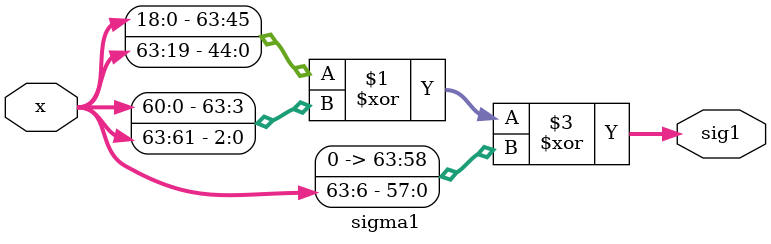
<source format=sv>


module top #(parameter MSG_SIZE = 112,
	     parameter PADDED_SIZE = 1024)
   (input logic [MSG_SIZE-1:0] message,
    output logic [511:0] hashed);

   logic [PADDED_SIZE-1:0] padded;

   sha_padder #(.MSG_SIZE(MSG_SIZE), .PADDED_SIZE(PADDED_SIZE)) padder (.message(message), .padded(padded));
   sha512 #(.PADDED_SIZE(PADDED_SIZE)) main (.padded(padded), .hashed(hashed));
   
   
endmodule // sha_512

module sha_padder #(parameter MSG_SIZE = 112,	     
		    parameter PADDED_SIZE = 1024) 
   (input logic [MSG_SIZE-1:0] message,
    output logic [PADDED_SIZE-1:0] padded);

	// Padding for sha512 is same form as sha256, except message size is 128 bits and must be padded to 1024 bits for a 1 block sha512. 
	
localparam zero_width = PADDED_SIZE - 128 - MSG_SIZE - 1;
localparam back_0_width = 128 - $bits(MSG_SIZE);
	assign padded = {message, 1'b1, {zero_width{1'b0}}, {back_0_width{1'b0}}, MSG_SIZE};


endmodule // sha_padder

module sha512 #(parameter PADDED_SIZE = 1024)
   (input logic [PADDED_SIZE-1:0] padded,
    output logic [511:0] hashed);  

	//Updated H and K values:
	
	logic [511:0] H = {64'h6a09e667f3bcc908, 64'hbb67ae8584caa73b,
		      64'h3c6ef372fe94f82b, 64'ha54ff53a5f1d36f1, 64'h510e527fade682d1, 64'h9b05688c2b3e6c1f,
			64'h1f83d9abfb41bd6b, 64'h5be0cd19137e2179};   
	
	logic [5119:0] K = {64'h428a2f98d728ae22, 64'h7137449123ef65cd, 64'hb5c0fbcfec4d3b2f,
		       64'he9b5dba58189dbbc, 64'h3956c25bf348b538, 64'h59f111f1b605d019, 64'h923f82a4af194f9b,
		        64'hab1c5ed5da6d8118, 64'hd807aa98a3030242, 64'h12835b0145706fbe, 64'h243185be4ee4b28c,
		        64'h550c7dc3d5ffb4e2, 64'h72be5d74f27b896f, 64'h80deb1fe3b1696b1, 64'h9bdc06a725c71235,
			64'hc19bf174cf692694, 64'he49b69c19ef14ad2, 64'hefbe4786384f25e3, 64'h0fc19dc68b8cd5b5,
		        64'h240ca1cc77ac9c65, 64'h2de92c6f592b0275, 64'h4a7484aa6ea6e483, 64'h5cb0a9dcbd41fbd4,
			64'h76f988da831153b5, 64'h983e5152ee66dfab, 64'ha831c66d2db43210, 64'hb00327c898fb213f,
		        64'hbf597fc7beef0ee4, 64'hc6e00bf33da88fc2, 64'hd5a79147930aa725, 64'h06ca6351e003826f,
		        64'h142929670a0e6e70, 64'h27b70a8546d22ffc, 64'h2e1b21385c26c926, 64'h4d2c6dfc5ac42aed,
		        64'h53380d139d95b3df, 64'h650a73548baf63de, 64'h766a0abb3c77b2a8, 64'h81c2c92e47edaee6,
		        64'h92722c851482353b, 64'ha2bfe8a14cf10364, 64'ha81a664bbc423001, 64'hc24b8b70d0f89791,
		        64'hc76c51a30654be30, 64'hd192e819d6ef5218, 64'hd69906245565a910, 64'hf40e35855771202a,
		        64'h106aa07032bbd1b8, 64'h19a4c116b8d2d0c8, 64'h1e376c085141ab53, 64'h2748774cdf8eeb99,
		        64'h34b0bcb5e19b48a8, 64'h391c0cb3c5c95a63, 64'h4ed8aa4ae3418acb, 64'h5b9cca4f7763e373,
		        64'h682e6ff3d6b2b8a3, 64'h748f82ee5defb2fc, 64'h78a5636f43172f60, 64'h84c87814a1f0ab72,
		        64'h8cc702081a6439ec, 64'h90befffa23631e28, 64'ha4506cebde82bde9, 64'hbef9a3f7b2c67915,
		        64'hc67178f2e372532b, 64'hca273eceea26619c, 64'hd186b8c721c0c207, 64'heada7dd6cde0eb1e,
			64'hf57d4f7fee6ed178, 64'h06f067aa72176fba, 64'h0a637dc5a2c898a6, 64'h113f9804bef90dae,
			64'h1b710b35131c471b, 64'h28db77f523047d84, 64'h32caab7b40c72493, 64'h3c9ebe0a15c9bebc,
			64'h431d67c49c100d4c, 64'h4cc5d4becb3e42b6, 64'h597f299cfc657e2a, 64'h5fcb6fab3ad6faec,
			64'h6c44198c4a475817 };


   // Intermediate variables:
	//all must be size 64 bits, and now rounds go to 80 instead of 64, so 0 to 79 of each variable is needed
	
	logic [63:0]   a, b, c, d, e, f, g, h;
	
	logic [63:0] a0_out, b0_out, c0_out, d0_out, e0_out, f0_out, g0_out, h0_out;
	logic [63:0] a1_out, b1_out, c1_out, d1_out, e1_out, f1_out, g1_out, h1_out;
	logic [63:0] a2_out, b2_out, c2_out, d2_out, e2_out, f2_out, g2_out, h2_out;
	logic [63:0] a3_out, b3_out, c3_out, d3_out, e3_out, f3_out, g3_out, h3_out;
	logic [63:0] a4_out, b4_out, c4_out, d4_out, e4_out, f4_out, g4_out, h4_out;
	logic [63:0] a5_out, b5_out, c5_out, d5_out, e5_out, f5_out, g5_out, h5_out;
	logic [63:0] a6_out, b6_out, c6_out, d6_out, e6_out, f6_out, g6_out, h6_out;
	logic [63:0] a7_out, b7_out, c7_out, d7_out, e7_out, f7_out, g7_out, h7_out;
	logic [63:0] a8_out, b8_out, c8_out, d8_out, e8_out, f8_out, g8_out, h8_out;
	logic [63:0] a9_out, b9_out, c9_out, d9_out, e9_out, f9_out, g9_out, h9_out;
	logic [63:0] a10_out, b10_out, c10_out, d10_out, e10_out, f10_out, g10_out, h10_out;
	logic [63:0] a11_out, b11_out, c11_out, d11_out, e11_out, f11_out, g11_out, h11_out;
	logic [63:0] a12_out, b12_out, c12_out, d12_out, e12_out, f12_out, g12_out, h12_out;
	logic [63:0] a13_out, b13_out, c13_out, d13_out, e13_out, f13_out, g13_out, h13_out;
	logic [63:0] a14_out, b14_out, c14_out, d14_out, e14_out, f14_out, g14_out, h14_out;
	logic [63:0] a15_out, b15_out, c15_out, d15_out, e15_out, f15_out, g15_out, h15_out;
	logic [63:0] a16_out, b16_out, c16_out, d16_out, e16_out, f16_out, g16_out, h16_out;
	logic [63:0] a17_out, b17_out, c17_out, d17_out, e17_out, f17_out, g17_out, h17_out;
	logic [63:0] a18_out, b18_out, c18_out, d18_out, e18_out, f18_out, g18_out, h18_out;
	logic [63:0] a19_out, b19_out, c19_out, d19_out, e19_out, f19_out, g19_out, h19_out;
	logic [63:0] a20_out, b20_out, c20_out, d20_out, e20_out, f20_out, g20_out, h20_out;
	logic [63:0] a21_out, b21_out, c21_out, d21_out, e21_out, f21_out, g21_out, h21_out;
	logic [63:0] a22_out, b22_out, c22_out, d22_out, e22_out, f22_out, g22_out, h22_out;
	logic [63:0] a23_out, b23_out, c23_out, d23_out, e23_out, f23_out, g23_out, h23_out;
	logic [63:0] a24_out, b24_out, c24_out, d24_out, e24_out, f24_out, g24_out, h24_out;
	logic [63:0] a25_out, b25_out, c25_out, d25_out, e25_out, f25_out, g25_out, h25_out;
	logic [63:0] a26_out, b26_out, c26_out, d26_out, e26_out, f26_out, g26_out, h26_out;
	logic [63:0] a27_out, b27_out, c27_out, d27_out, e27_out, f27_out, g27_out, h27_out;
	logic [63:0] a28_out, b28_out, c28_out, d28_out, e28_out, f28_out, g28_out, h28_out;
	logic [63:0] a29_out, b29_out, c29_out, d29_out, e29_out, f29_out, g29_out, h29_out;
	logic [63:0] a30_out, b30_out, c30_out, d30_out, e30_out, f30_out, g30_out, h30_out;
	logic [63:0] a31_out, b31_out, c31_out, d31_out, e31_out, f31_out, g31_out, h31_out;
	logic [63:0] a32_out, b32_out, c32_out, d32_out, e32_out, f32_out, g32_out, h32_out;
	logic [63:0] a33_out, b33_out, c33_out, d33_out, e33_out, f33_out, g33_out, h33_out;
	logic [63:0] a34_out, b34_out, c34_out, d34_out, e34_out, f34_out, g34_out, h34_out;
	logic [63:0] a35_out, b35_out, c35_out, d35_out, e35_out, f35_out, g35_out, h35_out;
	logic [63:0] a36_out, b36_out, c36_out, d36_out, e36_out, f36_out, g36_out, h36_out;
	logic [63:0] a37_out, b37_out, c37_out, d37_out, e37_out, f37_out, g37_out, h37_out;
	logic [63:0] a38_out, b38_out, c38_out, d38_out, e38_out, f38_out, g38_out, h38_out;
	logic [63:0] a39_out, b39_out, c39_out, d39_out, e39_out, f39_out, g39_out, h39_out;
	logic [63:0] a40_out, b40_out, c40_out, d40_out, e40_out, f40_out, g40_out, h40_out;
	logic [63:0] a41_out, b41_out, c41_out, d41_out, e41_out, f41_out, g41_out, h41_out;
	logic [63:0] a42_out, b42_out, c42_out, d42_out, e42_out, f42_out, g42_out, h42_out;
	logic [63:0] a43_out, b43_out, c43_out, d43_out, e43_out, f43_out, g43_out, h43_out;
	logic [63:0] a44_out, b44_out, c44_out, d44_out, e44_out, f44_out, g44_out, h44_out;
	logic [63:0] a45_out, b45_out, c45_out, d45_out, e45_out, f45_out, g45_out, h45_out;
	logic [63:0] a46_out, b46_out, c46_out, d46_out, e46_out, f46_out, g46_out, h46_out;
	logic [63:0] a47_out, b47_out, c47_out, d47_out, e47_out, f47_out, g47_out, h47_out;
	logic [63:0] a48_out, b48_out, c48_out, d48_out, e48_out, f48_out, g48_out, h48_out;
	logic [63:0] a49_out, b49_out, c49_out, d49_out, e49_out, f49_out, g49_out, h49_out;
	logic [63:0] a50_out, b50_out, c50_out, d50_out, e50_out, f50_out, g50_out, h50_out;
	logic [63:0] a51_out, b51_out, c51_out, d51_out, e51_out, f51_out, g51_out, h51_out;
	logic [63:0] a52_out, b52_out, c52_out, d52_out, e52_out, f52_out, g52_out, h52_out;
	logic [63:0] a53_out, b53_out, c53_out, d53_out, e53_out, f53_out, g53_out, h53_out;
	logic [63:0] a54_out, b54_out, c54_out, d54_out, e54_out, f54_out, g54_out, h54_out;
	logic [63:0] a55_out, b55_out, c55_out, d55_out, e55_out, f55_out, g55_out, h55_out;
	logic [63:0] a56_out, b56_out, c56_out, d56_out, e56_out, f56_out, g56_out, h56_out;
	logic [63:0] a57_out, b57_out, c57_out, d57_out, e57_out, f57_out, g57_out, h57_out;
	logic [63:0] a58_out, b58_out, c58_out, d58_out, e58_out, f58_out, g58_out, h58_out;
	logic [63:0] a59_out, b59_out, c59_out, d59_out, e59_out, f59_out, g59_out, h59_out;
	logic [63:0] a60_out, b60_out, c60_out, d60_out, e60_out, f60_out, g60_out, h60_out;
	logic [63:0] a61_out, b61_out, c61_out, d61_out, e61_out, f61_out, g61_out, h61_out;
	logic [63:0] a62_out, b62_out, c62_out, d62_out, e62_out, f62_out, g62_out, h62_out;
	logic [63:0] a63_out, b63_out, c63_out, d63_out, e63_out, f63_out, g63_out, h63_out;
	logic [63:0]   a64_out, b64_out, c64_out, d64_out, e64_out, f64_out, g64_out, h64_out;
	logic [63:0]   a65_out, b65_out, c65_out, d65_out, e65_out, f65_out, g65_out, h65_out;
	logic [63:0]   a66_out, b66_out, c66_out, d66_out, e66_out, f66_out, g66_out, h66_out;
	logic [63:0]   a67_out, b67_out, c67_out, d67_out, e67_out, f67_out, g67_out, h67_out;
	logic [63:0]   a68_out, b68_out, c68_out, d68_out, e68_out, f68_out, g68_out, h68_out;
	logic [63:0]   a69_out, b69_out, c69_out, d69_out, e69_out, f69_out, g69_out, h69_out;
	logic [63:0]   a70_out, b70_out, c70_out, d70_out, e70_out, f70_out, g70_out, h70_out;
	logic [63:0]   a71_out, b71_out, c71_out, d71_out, e71_out, f71_out, g71_out, h71_out;
	logic [63:0]   a72_out, b72_out, c72_out, d72_out, e72_out, f72_out, g72_out, h72_out;
	logic [63:0]   a73_out, b73_out, c73_out, d73_out, e73_out, f73_out, g73_out, h73_out;
	logic [63:0]   a74_out, b74_out, c74_out, d74_out, e74_out, f74_out, g74_out, h74_out;
	logic [63:0]   a75_out, b75_out, c75_out, d75_out, e75_out, f75_out, g75_out, h75_out;
	logic [63:0]   a76_out, b76_out, c76_out, d76_out, e76_out, f76_out, g76_out, h76_out;
	logic [63:0]   a77_out, b77_out, c77_out, d77_out, e77_out, f77_out, g77_out, h77_out;
	logic [63:0]   a78_out, b78_out, c78_out, d78_out, e78_out, f78_out, g78_out, h78_out;
	logic [63:0]   a79_out, b79_out, c79_out, d79_out, e79_out, f79_out, g79_out, h79_out;

	logic [63:0] W0, W1, W2, W3, W4, W5, W6, W7, W8, W9, W10, W11, W12, W13, W14, W15, W16, W17, W18, W19, W20, W21, W22, W23, W24, W25;
	logic [63:0] W26, W27, W28, W29, W30, W31, W32, W33, W34, W35, W36, W37, W38, W39, W40, W41, W42, W43, W44, W45, W46, W47, W48;
	logic [63:0] W49, W50, W51, W52, W53, W54, W55, W56, W57, W58, W59, W60, W61, W62, W63, W64, W65, W66, W67, W68, W69, W70, W71, W72, W73, W74, W75, W76, W77, W78, W79;
	
	logic [63:0]   h0, h1, h2, h3, h4, h5, h6, h7;
	


	//define everything of 64 bits

	prepare p1 (padded[1023:960], padded[959:896], padded[895:832],
		    padded[831:768], padded[767:704], padded[703:640],
		    padded[639:576], padded[575:512], padded[511:448],
		    padded[447:384], padded[383:320], padded[319:256],
		    padded[255:192], padded[191:128], padded[127:64],
		    padded[63:0], W0, W1, W2, W3, W4, W5, W6, W7, W8, W9,
        	    W10, W11, W12, W13, W14, W15, W16, W17, W18, W19,
              	    W20, W21, W22, W23, W24, W25, W26, W27, W28, W29,
                    W30, W31, W32, W33, W34, W35, W36, W37, W38, W39,
                    W40, W41, W42, W43, W44, W45, W46, W47, W48, W49,
                    W50, W51, W52, W53, W54, W55, W56, W57, W58, W59,
                    W60, W61, W62, W63,  W64, W65, W66, W67, W68, W69, W70, W71, W72, W73, W74, W75, W76, W77, W78, W79);

   // Initialize a through h

	//512 H Ranges:
	
	assign a = H[511:448];
	assign b = H[447:384];
	assign c = H[383:320];
	assign d = H[319:256];
	assign e = H[255:192];
	assign f = H[191:128];
	assign g = H[127:64];
	assign h = H[63:0];
   
   // 80 hash computations
   // Each main_comp block computes according to Sec 2.3.3

	//Main comp now has a 64 bit range
	
   main_comp mc01 (a, b, c, d, 
                   e, f, g, h, 
		   K[5119:5056], W0,
                   a0_out, b0_out, c0_out, d0_out, 
                   e0_out, f0_out, g0_out, h0_out);

   main_comp mc02 (a0_out, b0_out, c0_out, d0_out, 
                   e0_out, f0_out, g0_out, h0_out, 
		   K[5055:4992], W1,
                   a1_out, b1_out, c1_out, d1_out, 
                   e1_out, f1_out, g1_out, h1_out);

   main_comp mc03 (a1_out, b1_out, c1_out, d1_out, 
                   e1_out, f1_out, g1_out, h1_out,
		   K[4991:4928], W2,
                   a2_out, b2_out, c2_out, d2_out, 
                   e2_out, f2_out, g2_out, h2_out ); 

   main_comp mc04 (a2_out, b2_out, c2_out, d2_out, 
                   e2_out, f2_out, g2_out, h2_out,
		   K[4927:4864], W3,
                   a3_out, b3_out, c3_out, d3_out, 
                   e3_out, f3_out, g3_out, h3_out );

   main_comp mc05 (a3_out, b3_out, c3_out, d3_out, 
                   e3_out, f3_out, g3_out, h3_out,
		   K[4863:4800], W4,
                   a4_out, b4_out, c4_out, d4_out, 
                   e4_out, f4_out, g4_out, h4_out ); 

   main_comp mc06 (a4_out, b4_out, c4_out, d4_out, 
                   e4_out, f4_out, g4_out, h4_out,
		   K[4799:4736], W5,
                   a5_out, b5_out, c5_out, d5_out, 
                   e5_out, f5_out, g5_out, h5_out ); 

   main_comp mc07 (a5_out, b5_out, c5_out, d5_out, 
                   e5_out, f5_out, g5_out, h5_out,
		   K[4735:4672], W6,
                   a6_out, b6_out, c6_out, d6_out, 
                   e6_out, f6_out, g6_out, h6_out ); 

   main_comp mc08 (a6_out, b6_out, c6_out, d6_out, 
                   e6_out, f6_out, g6_out, h6_out,
		   K[4671:4608], W7,
                   a7_out, b7_out, c7_out, d7_out, 
                   e7_out, f7_out, g7_out, h7_out ); 

   main_comp mc09 (a7_out, b7_out, c7_out, d7_out, 
                   e7_out, f7_out, g7_out, h7_out,
		   K[4607:4544], W8,
                   a8_out, b8_out, c8_out, d8_out, 
                   e8_out, f8_out, g8_out, h8_out ); 
   
   main_comp mc10 (a8_out, b8_out, c8_out, d8_out, 
                   e8_out, f8_out, g8_out, h8_out,
		   K[4543:4480], W9,
                   a9_out, b9_out, c9_out, d9_out, 
                   e9_out, f9_out, g9_out, h9_out ); 

   main_comp mc11 (a9_out, b9_out, c9_out, d9_out, 
                   e9_out, f9_out, g9_out, h9_out,
		   K[4479:4416], W10,
                   a10_out, b10_out, c10_out, d10_out, 
                   e10_out, f10_out, g10_out, h10_out ); 

   main_comp mc12 (a10_out, b10_out, c10_out, d10_out, 
                   e10_out, f10_out, g10_out, h10_out,
		   K[4415:4352], W11,
                   a11_out, b11_out, c11_out, d11_out, 
                   e11_out, f11_out, g11_out, h11_out );

   main_comp mc13 (a11_out, b11_out, c11_out, d11_out, 
                   e11_out, f11_out, g11_out, h11_out,
		   K[4351:4288], W12,
                   a12_out, b12_out, c12_out, d12_out, 
                   e12_out, f12_out, g12_out, h12_out ); 

   main_comp mc14 (a12_out, b12_out, c12_out, d12_out, 
                   e12_out, f12_out, g12_out, h12_out,
		   K[4287:4224], W13,
                   a13_out, b13_out, c13_out, d13_out, 
                   e13_out, f13_out, g13_out, h13_out ); 

   main_comp mc15 (a13_out, b13_out, c13_out, d13_out, 
                   e13_out, f13_out, g13_out, h13_out,
		   K[4223:4160], W14,
                   a14_out, b14_out, c14_out, d14_out, 
                   e14_out, f14_out, g14_out, h14_out ); 

   main_comp mc16 (a14_out, b14_out, c14_out, d14_out, 
                   e14_out, f14_out, g14_out, h14_out,
		   K[4159:4096], W15,
                   a15_out, b15_out, c15_out, d15_out, 
                   e15_out, f15_out, g15_out, h15_out ); 

   main_comp mc17 (a15_out, b15_out, c15_out, d15_out, 
                   e15_out, f15_out, g15_out, h15_out,
		   K[4095:4032], W16,
                   a16_out, b16_out, c16_out, d16_out, 
                   e16_out, f16_out, g16_out, h16_out ); 

   main_comp mc18 (a16_out, b16_out, c16_out, d16_out, 
                   e16_out, f16_out, g16_out, h16_out,
		   K[4031:3968], W17,
                   a17_out, b17_out, c17_out, d17_out, 
                   e17_out, f17_out, g17_out, h17_out ); 

   main_comp mc19 (a17_out, b17_out, c17_out, d17_out, 
                   e17_out, f17_out, g17_out, h17_out,
		   K[3967:3904], W18,
                   a18_out, b18_out, c18_out, d18_out, 
                   e18_out, f18_out, g18_out, h18_out ); 

   main_comp mc20 (a18_out, b18_out, c18_out, d18_out, 
                   e18_out, f18_out, g18_out, h18_out,
		   K[3903:3840], W19,
                   a19_out, b19_out, c19_out, d19_out, 
                   e19_out, f19_out, g19_out, h19_out ); 

   main_comp mc21 (a19_out, b19_out, c19_out, d19_out, 
                   e19_out, f19_out, g19_out, h19_out,
		   K[3839:3776], W20,
                   a20_out, b20_out, c20_out, d20_out, 
                   e20_out, f20_out, g20_out, h20_out ); 

   main_comp mc22 (a20_out, b20_out, c20_out, d20_out, 
                   e20_out, f20_out, g20_out, h20_out,
		   K[3775:3712], W21,
                   a21_out, b21_out, c21_out, d21_out, 
                   e21_out, f21_out, g21_out, h21_out ); 

   main_comp mc23 (a21_out, b21_out, c21_out, d21_out, 
                   e21_out, f21_out, g21_out, h21_out,
		   K[3711:3648], W22,
                   a22_out, b22_out, c22_out, d22_out, 
                   e22_out, f22_out, g22_out, h22_out ); 

   main_comp mc24 (a22_out, b22_out, c22_out, d22_out, 
                   e22_out, f22_out, g22_out, h22_out,
		   K[3647:3584], W23,
                   a23_out, b23_out, c23_out, d23_out, 
                   e23_out, f23_out, g23_out, h23_out ); 

   main_comp mc25 (a23_out, b23_out, c23_out, d23_out, 
                   e23_out, f23_out, g23_out, h23_out,
		   K[3583:3520], W24,
                   a24_out, b24_out, c24_out, d24_out, 
                   e24_out, f24_out, g24_out, h24_out );

   main_comp mc26 (a24_out, b24_out, c24_out, d24_out, 
                   e24_out, f24_out, g24_out, h24_out,
		   K[3519:3456], W25,
                   a25_out, b25_out, c25_out, d25_out, 
                   e25_out, f25_out, g25_out, h25_out ); 

   main_comp mc27 (a25_out, b25_out, c25_out, d25_out, 
                   e25_out, f25_out, g25_out, h25_out,
		   K[3455:3392], W26,
                   a26_out, b26_out, c26_out, d26_out, 
                   e26_out, f26_out, g26_out, h26_out );

   main_comp mc28 (a26_out, b26_out, c26_out, d26_out, 
                   e26_out, f26_out, g26_out, h26_out,
		   K[3391:3328], W27,
                   a27_out, b27_out, c27_out, d27_out, 
                   e27_out, f27_out, g27_out, h27_out ); 

   main_comp mc29 (a27_out, b27_out, c27_out, d27_out, 
                   e27_out, f27_out, g27_out, h27_out,
		   K[3327:3264], W28,
                   a28_out, b28_out, c28_out, d28_out, 
                   e28_out, f28_out, g28_out, h28_out ); 

   main_comp mc30 (a28_out, b28_out, c28_out, d28_out, 
                   e28_out, f28_out, g28_out, h28_out,
		   K[3263:3200], W29,
                   a29_out, b29_out, c29_out, d29_out, 
                   e29_out, f29_out, g29_out, h29_out ); 

   main_comp mc31 (a29_out, b29_out, c29_out, d29_out, 
                   e29_out, f29_out, g29_out, h29_out,
		   K[3199:3136], W30,
                   a30_out, b30_out, c30_out, d30_out, 
                   e30_out, f30_out, g30_out, h30_out ); 

   main_comp mc32 (a30_out, b30_out, c30_out, d30_out, 
                   e30_out, f30_out, g30_out, h30_out,
		   K[3135:3072], W31,
                   a31_out, b31_out, c31_out, d31_out, 
                   e31_out, f31_out, g31_out, h31_out ); 
	
   main_comp mc33 (a31_out, b31_out, c31_out, d31_out, 
                   e31_out, f31_out, g31_out, h31_out,
		   K[3071:3008], W32,
                   a32_out, b32_out, c32_out, d32_out, 
                   e32_out, f32_out, g32_out, h32_out );

   main_comp mc34 (a32_out, b32_out, c32_out, d32_out, 
                   e32_out, f32_out, g32_out, h32_out,
		   K[3007:2944], W33,
                   a33_out, b33_out, c33_out, d33_out, 
                   e33_out, f33_out, g33_out, h33_out ); 

   main_comp mc35 (a33_out, b33_out, c33_out, d33_out, 
                   e33_out, f33_out, g33_out, h33_out,
		   K[2943:2880], W34,
                   a34_out, b34_out, c34_out, d34_out, 
                   e34_out, f34_out, g34_out, h34_out ); 

   main_comp mc36 (a34_out, b34_out, c34_out, d34_out, 
                   e34_out, f34_out, g34_out, h34_out,
		   K[2879:2816], W35,
                   a35_out, b35_out, c35_out, d35_out, 
                   e35_out, f35_out, g35_out, h35_out ); 

   main_comp mc37 (a35_out, b35_out, c35_out, d35_out, 
                   e35_out, f35_out, g35_out, h35_out,
		   K[2815:2752], W36,
                   a36_out, b36_out, c36_out, d36_out, 
                   e36_out, f36_out, g36_out, h36_out );

   main_comp mc38 (a36_out, b36_out, c36_out, d36_out, 
                   e36_out, f36_out, g36_out, h36_out,
		   K[2751:2688], W37,
                   a37_out, b37_out, c37_out, d37_out, 
                   e37_out, f37_out, g37_out, h37_out ); 

   main_comp mc39 (a37_out, b37_out, c37_out, d37_out, 
                   e37_out, f37_out, g37_out, h37_out,
		   K[2687:2624], W38,
                   a38_out, b38_out, c38_out, d38_out, 
                   e38_out, f38_out, g38_out, h38_out ); 

   main_comp mc40 (a38_out, b38_out, c38_out, d38_out, 
                   e38_out, f38_out, g38_out, h38_out,
		   K[2623:2560], W39,
                   a39_out, b39_out, c39_out, d39_out, 
                   e39_out, f39_out, g39_out, h39_out ); 

   main_comp mc41 (a39_out, b39_out, c39_out, d39_out, 
                   e39_out, f39_out, g39_out, h39_out,
		   K[2559:2496], W40,
                   a40_out, b40_out, c40_out, d40_out, 
                   e40_out, f40_out, g40_out, h40_out );  

   main_comp mc42 (a40_out, b40_out, c40_out, d40_out, 
                   e40_out, f40_out, g40_out, h40_out,
		   K[2495:2432], W41,
                   a41_out, b41_out, c41_out, d41_out, 
                   e41_out, f41_out, g41_out, h41_out );  

   main_comp mc43 (a41_out, b41_out, c41_out, d41_out, 
                   e41_out, f41_out, g41_out, h41_out,
		   K[2431:2368], W42,
                   a42_out, b42_out, c42_out, d42_out, 
                   e42_out, f42_out, g42_out, h42_out );

   main_comp mc44 (a42_out, b42_out, c42_out, d42_out, 
                   e42_out, f42_out, g42_out, h42_out,
		   K[2367:2304], W43,
                   a43_out, b43_out, c43_out, d43_out, 
                   e43_out, f43_out, g43_out, h43_out ); 

   main_comp mc45 (a43_out, b43_out, c43_out, d43_out, 
                   e43_out, f43_out, g43_out, h43_out,
		   K[2303:2240], W44,
                   a44_out, b44_out, c44_out, d44_out, 
                   e44_out, f44_out, g44_out, h44_out ); 

   main_comp mc46 (a44_out, b44_out, c44_out, d44_out, 
                   e44_out, f44_out, g44_out, h44_out,
		   K[2239:2176], W45,
                   a45_out, b45_out, c45_out, d45_out, 
                   e45_out, f45_out, g45_out, h45_out ); 

   main_comp mc47 (a45_out, b45_out, c45_out, d45_out, 
                   e45_out, f45_out, g45_out, h45_out,
		   K[2175:2112], W46,
                   a46_out, b46_out, c46_out, d46_out, 
                   e46_out, f46_out, g46_out, h46_out ); 

   main_comp mc48 (a46_out, b46_out, c46_out, d46_out, 
                   e46_out, f46_out, g46_out, h46_out,
		   K[2111:2048], W47,
                   a47_out, b47_out, c47_out, d47_out, 
                   e47_out, f47_out, g47_out, h47_out ); 

   main_comp mc49 (a47_out, b47_out, c47_out, d47_out, 
                   e47_out, f47_out, g47_out, h47_out,
		   K[2047:1984], W48,
                   a48_out, b48_out, c48_out, d48_out, 
                   e48_out, f48_out, g48_out, h48_out ); 

   main_comp mc50 (a48_out, b48_out, c48_out, d48_out, 
                   e48_out, f48_out, g48_out, h48_out,
		   K[1983:1920], W49,
                   a49_out, b49_out, c49_out, d49_out, 
                   e49_out, f49_out, g49_out, h49_out ); 

   main_comp mc51 (a49_out, b49_out, c49_out, d49_out, 
                   e49_out, f49_out, g49_out, h49_out,
		   K[1919:1856], W50,
                   a50_out, b50_out, c50_out, d50_out, 
                   e50_out, f50_out, g50_out, h50_out );   

   main_comp mc52 (a50_out, b50_out, c50_out, d50_out, 
                   e50_out, f50_out, g50_out, h50_out,
		   K[1855:1792], W51,
                   a51_out, b51_out, c51_out, d51_out, 
                   e51_out, f51_out, g51_out, h51_out );   

   main_comp mc53 (a51_out, b51_out, c51_out, d51_out, 
                   e51_out, f51_out, g51_out, h51_out,
		   K[1791:1728], W52,
                   a52_out, b52_out, c52_out, d52_out, 
                   e52_out, f52_out, g52_out, h52_out ); 

   main_comp mc54 (a52_out, b52_out, c52_out, d52_out, 
                   e52_out, f52_out, g52_out, h52_out,
		   K[1727:1664], W53,
                   a53_out, b53_out, c53_out, d53_out, 
                   e53_out, f53_out, g53_out, h53_out ); 

   main_comp mc55 (a53_out, b53_out, c53_out, d53_out, 
                   e53_out, f53_out, g53_out, h53_out,
		   K[1663:1600], W54,
                   a54_out, b54_out, c54_out, d54_out, 
                   e54_out, f54_out, g54_out, h54_out ); 

   main_comp mc56 (a54_out, b54_out, c54_out, d54_out, 
                   e54_out, f54_out, g54_out, h54_out,
		   K[1599:1536], W55,
                   a55_out, b55_out, c55_out, d55_out, 
                   e55_out, f55_out, g55_out, h55_out ); 

   main_comp mc57 (a55_out, b55_out, c55_out, d55_out, 
                   e55_out, f55_out, g55_out, h55_out,
		   K[1535:1472], W56,
                   a56_out, b56_out, c56_out, d56_out, 
                   e56_out, f56_out, g56_out, h56_out );

   main_comp mc58 (a56_out, b56_out, c56_out, d56_out, 
                   e56_out, f56_out, g56_out, h56_out,
		   K[1471:1408], W57,
                   a57_out, b57_out, c57_out, d57_out, 
                   e57_out, f57_out, g57_out, h57_out );

   main_comp mc59 (a57_out, b57_out, c57_out, d57_out, 
                   e57_out, f57_out, g57_out, h57_out,
		   K[1407:1344], W58,
                   a58_out, b58_out, c58_out, d58_out, 
                   e58_out, f58_out, g58_out, h58_out ); 

   main_comp mc60 (a58_out, b58_out, c58_out, d58_out, 
                   e58_out, f58_out, g58_out, h58_out,
		   K[1343:1280], W59,
                   a59_out, b59_out, c59_out, d59_out, 
                   e59_out, f59_out, g59_out, h59_out );

   main_comp mc61 (a59_out, b59_out, c59_out, d59_out, 
                   e59_out, f59_out, g59_out, h59_out,
		   K[1279:1216], W60,
                   a60_out, b60_out, c60_out, d60_out, 
                   e60_out, f60_out, g60_out, h60_out );  

   main_comp mc62 (a60_out, b60_out, c60_out, d60_out, 
                   e60_out, f60_out, g60_out, h60_out,
		   K[1215:1152], W61,
                   a61_out, b61_out, c61_out, d61_out, 
                   e61_out, f61_out, g61_out, h61_out );   

   main_comp mc63 (a61_out, b61_out, c61_out, d61_out, 
                   e61_out, f61_out, g61_out, h61_out,
		   K[1151:1088], W62,
                   a62_out, b62_out, c62_out, d62_out, 
                   e62_out, f62_out, g62_out, h62_out );

   main_comp mc64 (a62_out, b62_out, c62_out, d62_out, 
                   e62_out, f62_out, g62_out, h62_out,
		   K[1087:1024], W63,
                   a63_out, b63_out, c63_out, d63_out, 
                   e63_out, f63_out, g63_out, h63_out );

	

	main_comp mc65 (a63_out, b63_out, c63_out, d63_out, 
                   e63_out, f63_out, g63_out, h63_out,
			K[1023:960], W64,
                   a64_out, b64_out, c64_out, d64_out, 
                   e64_out, f64_out, g64_out, h64_out );

	main_comp mc66 (a64_out, b64_out, c64_out, d64_out, 
                   e64_out, f64_out, g64_out, h64_out,
			K[959:896], W65,
                   a65_out, b65_out, c65_out, d65_out, 
                   e65_out, f65_out, g65_out, h65_out );

	main_comp mc67 (a65_out, b65_out, c65_out, d65_out, 
                   e65_out, f65_out, g65_out, h65_out,
			K[895:832], W66,
                   a66_out, b66_out, c66_out, d66_out, 
                   e66_out, f66_out, g66_out, h66_out );

	main_comp mc68 (a66_out, b66_out, c66_out, d66_out, 
                   e66_out, f66_out, g66_out, h66_out,
			K[831:768], W67,
                   a67_out, b67_out, c67_out, d67_out, 
                   e67_out, f67_out, g67_out, h67_out );

	main_comp mc69 (a67_out, b67_out, c67_out, d67_out, 
                   e67_out, f67_out, g67_out, h67_out,
			K[767:704], W68,
                   a68_out, b68_out, c68_out, d68_out, 
                   e68_out, f68_out, g68_out, h68_out );

	main_comp mc70 (a68_out, b68_out, c68_out, d68_out, 
                   e68_out, f68_out, g68_out, h68_out,
			K[703:640], W69,
                   a69_out, b69_out, c69_out, d69_out, 
                   e69_out, f69_out, g69_out, h69_out );

	main_comp mc71 (a69_out, b69_out, c69_out, d69_out, 
                   e69_out, f69_out, g69_out, h69_out,
			K[639:576], W70,
                   a70_out, b70_out, c70_out, d70_out, 
                   e70_out, f70_out, g70_out, h70_out );

	main_comp mc72 (a70_out, b70_out, c70_out, d70_out, 
                   e70_out, f70_out, g70_out, h70_out,
			K[575:512], W71,
                   a71_out, b71_out, c71_out, d71_out, 
                   e71_out, f71_out, g71_out, h71_out );
	
	main_comp mc73 (a71_out, b71_out, c71_out, d71_out, 
                   e71_out, f71_out, g71_out, h71_out,
			K[511:448], W72,
                   a72_out, b72_out, c72_out, d72_out, 
                   e72_out, f72_out, g72_out, h72_out );

	main_comp mc74 (a72_out, b72_out, c72_out, d72_out, 
                   e72_out, f72_out, g72_out, h72_out,
			K[447:384], W73,
                   a73_out, b73_out, c73_out, d73_out, 
                   e73_out, f73_out, g73_out, h73_out );

	main_comp mc75 (a73_out, b73_out, c73_out, d73_out, 
                   e73_out, f73_out, g73_out, h73_out,
			K[383:320], W74,
                   a74_out, b74_out, c74_out, d74_out, 
                   e74_out, f74_out, g74_out, h74_out );

	main_comp mc76 (a74_out, b74_out, c74_out, d74_out, 
                   e74_out, f74_out, g74_out, h74_out,
			K[319:256], W75,
                   a75_out, b75_out, c75_out, d75_out, 
                   e75_out, f75_out, g75_out, h75_out );

	main_comp mc77 (a75_out, b75_out, c75_out, d75_out, 
                   e75_out, f75_out, g75_out, h75_out,
			K[255:192], W76,
                   a76_out, b76_out, c76_out, d76_out, 
                   e76_out, f76_out, g76_out, h76_out );

	main_comp mc78 (a76_out, b76_out, c76_out, d76_out, 
                   e76_out, f76_out, g76_out, h76_out,
			K[191:128], W77,
                   a77_out, b77_out, c77_out, d77_out, 
                   e77_out, f77_out, g77_out, h77_out );

	main_comp mc79 (a77_out, b77_out, c77_out, d77_out, 
                   e77_out, f77_out, g77_out, h77_out,
			K[127:64], W78,
                   a78_out, b78_out, c78_out, d78_out, 
                   e78_out, f78_out, g78_out, h78_out );

	main_comp mc80 (a78_out, b78_out, c78_out, d78_out, 
                   e78_out, f78_out, g78_out, h78_out ,
			K[63:0], W79,
                   a79_out, b79_out, c79_out, d79_out, 
                   e79_out, f79_out, g79_out, h79_out );

	


	
	//New intermediate hash:
	
   intermediate_hash ih1 (a79_out, b79_out, c79_out, d79_out, 
                   	  e79_out, f79_out, g79_out, h79_out,
			  a, b, c, d, e, f, g, h,
			  h0, h1, h2, h3, h4, h5, h6, h7);
	
   // Final output concatenating h0 through h7 outputs

	assign hashed ={h0, h1, h2, h3, h4, h5, h6, h7};

endmodule // sha_main


module prepare (input logic [63:0] M0, M1, M2, M3,
		input logic [63:0]  M4, M5, M6, M7,
		input logic [63:0]  M8, M9, M10, M11,
		input logic [63:0]  M12, M13, M14, M15,
		output logic [63:0] W0, W1, W2, W3, W4, 
		output logic [63:0] W5, W6, W7, W8, W9,
		output logic [63:0] W10, W11, W12, W13, W14, 
		output logic [63:0] W15, W16, W17, W18, W19,
		output logic [63:0] W20, W21, W22, W23, W24, 
		output logic [63:0] W25, W26, W27, W28, W29,
		output logic [63:0] W30, W31, W32, W33, W34, 
		output logic [63:0] W35, W36, W37, W38, W39,
		output logic [63:0] W40, W41, W42, W43, W44, 
		output logic [63:0] W45, W46, W47, W48, W49,
		output logic [63:0] W50, W51, W52, W53, W54, 
		output logic [63:0] W55, W56, W57, W58, W59,
		output logic [63:0] W60, W61, W62, W63, W64, W65, W66, W67, W68, W69, W70, W71, W72, W73, W74, W75, W76, W77, W78, W79);

	logic [63:0] 		W14_sigma1_out, W15_sigma1_out, W16_sigma1_out, W17_sigma1_out, W18_sigma1_out, W19_sigma1_out, W20_sigma1_out, W21_sigma1_out;
	logic [63:0] 		W22_sigma1_out, W23_sigma1_out, W24_sigma1_out, W25_sigma1_out, W26_sigma1_out, W27_sigma1_out, W28_sigma1_out, W29_sigma1_out;
	logic [63:0] 		W30_sigma1_out, W31_sigma1_out, W32_sigma1_out, W33_sigma1_out, W34_sigma1_out, W35_sigma1_out, W36_sigma1_out, W37_sigma1_out;
	logic [63:0] 		W38_sigma1_out, W39_sigma1_out, W40_sigma1_out, W41_sigma1_out, W42_sigma1_out, W43_sigma1_out, W44_sigma1_out, W45_sigma1_out;
	logic [63:0] 		W46_sigma1_out, W47_sigma1_out, W48_sigma1_out, W49_sigma1_out, W50_sigma1_out, W51_sigma1_out, W52_sigma1_out, W53_sigma1_out;
	logic [63:0] 		W54_sigma1_out, W55_sigma1_out, W56_sigma1_out, W57_sigma1_out, W58_sigma1_out, W59_sigma1_out, W60_sigma1_out, W61_sigma1_out;
  	logic [63:0]      	W62_sigma1_out, W63_sigma1_out;
   logic [63:0] W64_sigma1_out, W65_sigma1_out, W66_sigma1_out, W67_sigma1_out, W68_sigma1_out, W69_sigma1_out;
   logic [63:0] W70_sigma1_out, W71_sigma1_out, W72_sigma1_out, W73_sigma1_out, W74_sigma1_out, W75_sigma1_out, W76_sigma1_out, W77_sigma1_out;

	logic [63:0] 		W1_sigma0_out, W2_sigma0_out, W3_sigma0_out, W4_sigma0_out, W5_sigma0_out, W6_sigma0_out, W7_sigma0_out, W8_sigma0_out; 
	logic [63:0] 		W9_sigma0_out, W10_sigma0_out, W11_sigma0_out, W12_sigma0_out, W13_sigma0_out, W14_sigma0_out, W15_sigma0_out, W16_sigma0_out; 
	logic [63:0]		W17_sigma0_out, W18_sigma0_out, W19_sigma0_out, W20_sigma0_out, W21_sigma0_out, W22_sigma0_out, W23_sigma0_out, W24_sigma0_out;
	logic [63:0]		W25_sigma0_out, W26_sigma0_out, W27_sigma0_out, W28_sigma0_out, W29_sigma0_out, W30_sigma0_out, W31_sigma0_out, W32_sigma0_out;
	logic [63:0]		W33_sigma0_out, W34_sigma0_out, W35_sigma0_out, W36_sigma0_out, W37_sigma0_out, W38_sigma0_out, W39_sigma0_out, W40_sigma0_out;
	logic [63:0]		W41_sigma0_out, W42_sigma0_out, W43_sigma0_out, W44_sigma0_out, W45_sigma0_out, W46_sigma0_out, W47_sigma0_out, W48_sigma0_out;
   logic [63:0]		W49_sigma0_out, W50_sigma0_out, W51_sigma0_out, W52_sigma0_out, W53_sigma0_out, W54_sigma0_out, W55_sigma0_out, W56_sigma0_out;
   logic [63:0]		W57_sigma0_out, W58_sigma0_out, W59_sigma0_out, W60_sigma0_out, W61_sigma0_out, W62_sigma0_out, W63_sigma0_out, W64_sigma0_out;
	
	
	
   // Equation for W_i (top of page 7)
   assign W0 = M0;
   assign W1 = M1;
   assign W2 = M2;
   assign W3 = M3;
   assign W4 = M4;
   assign W5 = M5;
   assign W6 = M6;
   assign W7 = M7;
   assign W8 = M8;
   assign W9 = M9;
   assign W10 = M10;
   assign W11 = M11;
   assign W12 = M12;
   assign W13 = M13;
   assign W14 = M14;
   assign W15 = M15;

   // sigma 1 (see bottom of page 6)
	//Updated sigma1 values:
   sigma1 sig1_1 (W14, W14_sigma1_out);
   sigma1 sig1_2 (W15, W15_sigma1_out);
	sigma1 sig1_3 (W16, W16_sigma1_out);
	sigma1 sig1_4 (W17, W17_sigma1_out);
	sigma1 sig1_5 (W18, W18_sigma1_out);
	sigma1 sig1_6 (W19, W19_sigma1_out);
	sigma1 sig1_7 (W20, W20_sigma1_out);
	sigma1 sig1_8 (W21, W21_sigma1_out);
	sigma1 sig1_9 (W22, W22_sigma1_out);
	sigma1 sig1_10 (W23, W23_sigma1_out);
	sigma1 sig1_11 (W24, W24_sigma1_out);
	sigma1 sig1_12 (W25, W25_sigma1_out);
	sigma1 sig1_13 (W26, W26_sigma1_out);
	sigma1 sig1_14 (W27, W27_sigma1_out);
	sigma1 sig1_15 (W28, W28_sigma1_out);
	sigma1 sig1_16 (W29, W29_sigma1_out);
	sigma1 sig1_17 (W30, W30_sigma1_out);
	sigma1 sig1_18 (W31, W31_sigma1_out);
	sigma1 sig1_19 (W32, W32_sigma1_out);
	sigma1 sig1_20 (W33, W33_sigma1_out);
	sigma1 sig1_21 (W34, W34_sigma1_out);
	sigma1 sig1_22 (W35, W35_sigma1_out);
	sigma1 sig1_23 (W36, W36_sigma1_out);
	sigma1 sig1_24 (W37, W37_sigma1_out);
	sigma1 sig1_25 (W38, W38_sigma1_out);
	sigma1 sig1_26 (W39, W39_sigma1_out);
	sigma1 sig1_27 (W40, W40_sigma1_out);
	sigma1 sig1_28 (W41, W41_sigma1_out);
	sigma1 sig1_29 (W42, W42_sigma1_out);
	sigma1 sig1_30 (W43, W43_sigma1_out);
	sigma1 sig1_31 (W44, W44_sigma1_out);
	sigma1 sig1_32 (W45, W45_sigma1_out);
	sigma1 sig1_33 (W46, W46_sigma1_out);
	sigma1 sig1_34 (W47, W47_sigma1_out);
	sigma1 sig1_35 (W48, W48_sigma1_out);
	sigma1 sig1_36 (W49, W49_sigma1_out);
	sigma1 sig1_37 (W50, W50_sigma1_out);
	sigma1 sig1_38 (W51, W51_sigma1_out);
	sigma1 sig1_39 (W52, W52_sigma1_out);
	sigma1 sig1_40 (W53, W53_sigma1_out);
	sigma1 sig1_41 (W54, W54_sigma1_out);
	sigma1 sig1_42 (W55, W55_sigma1_out);
	sigma1 sig1_43 (W56, W56_sigma1_out);
	sigma1 sig1_44 (W57, W57_sigma1_out);
	sigma1 sig1_45 (W58, W58_sigma1_out);
	sigma1 sig1_46 (W59, W59_sigma1_out);
	sigma1 sig1_47 (W60, W60_sigma1_out);
	sigma1 sig1_48 (W61, W61_sigma1_out);
	sigma1 sig1_49 (W62, W62_sigma1_out);
	sigma1 sig1_50 (W63, W63_sigma1_out);
	sigma1 sig1_51 (W64, W64_sigma1_out);
	sigma1 sig1_52 (W65, W65_sigma1_out);
	sigma1 sig1_53 (W66, W66_sigma1_out);
	sigma1 sig1_54 (W67, W67_sigma1_out);
	sigma1 sig1_55 (W68, W68_sigma1_out);
	sigma1 sig1_56 (W69, W69_sigma1_out);
	sigma1 sig1_57 (W70, W70_sigma1_out);
	sigma1 sig1_58 (W71, W71_sigma1_out);
	sigma1 sig1_59 (W72, W72_sigma1_out);
	sigma1 sig1_60 (W73, W73_sigma1_out);
	sigma1 sig1_61 (W74, W74_sigma1_out);
	sigma1 sig1_62 (W75, W75_sigma1_out);
	sigma1 sig1_63 (W76, W76_sigma1_out);
	sigma1 sig1_64 (W77, W77_sigma1_out);
   

   

   // sigma 0 (see bottom of page 6)
	//Updated sigma0 values:
   sigma0 sig0_1 (W1, W1_sigma0_out);
   sigma0 sig0_2 (W2, W2_sigma0_out);
   sigma0 sig0_3 (W3, W3_sigma0_out);
   sigma0 sig0_4 (W4, W4_sigma0_out);
   sigma0 sig0_5 (W5, W5_sigma0_out);
   sigma0 sig0_6 (W6, W6_sigma0_out);
   sigma0 sig0_7 (W7, W7_sigma0_out);
   sigma0 sig0_8 (W8, W8_sigma0_out);
   sigma0 sig0_9 (W9, W9_sigma0_out);
   sigma0 sig0_10 (W10, W10_sigma0_out);
   sigma0 sig0_11 (W11, W11_sigma0_out);
   sigma0 sig0_12 (W12, W12_sigma0_out);
   sigma0 sig0_13 (W13, W13_sigma0_out);
   sigma0 sig0_14 (W14, W14_sigma0_out);
   sigma0 sig0_15 (W15, W15_sigma0_out);
   sigma0 sig0_16 (W16, W16_sigma0_out);
   sigma0 sig0_17 (W17, W17_sigma0_out);
   sigma0 sig0_18 (W18, W18_sigma0_out);
   sigma0 sig0_19 (W19, W19_sigma0_out);
   sigma0 sig0_20 (W20, W20_sigma0_out);
   sigma0 sig0_21 (W21, W21_sigma0_out);
   sigma0 sig0_22 (W22, W22_sigma0_out);
   sigma0 sig0_23 (W23, W23_sigma0_out);
   sigma0 sig0_24 (W24, W24_sigma0_out);
   sigma0 sig0_25 (W25, W25_sigma0_out);
   sigma0 sig0_26 (W26, W26_sigma0_out);
   sigma0 sig0_27 (W27, W27_sigma0_out);
   sigma0 sig0_28 (W28, W28_sigma0_out);
   sigma0 sig0_29 (W29, W29_sigma0_out);
   sigma0 sig0_30 (W30, W30_sigma0_out);
   sigma0 sig0_31 (W31, W31_sigma0_out);
   sigma0 sig0_32 (W32, W32_sigma0_out);
   sigma0 sig0_33 (W33, W33_sigma0_out);
   sigma0 sig0_34 (W34, W34_sigma0_out);
   sigma0 sig0_35 (W35, W35_sigma0_out);
   sigma0 sig0_36 (W36, W36_sigma0_out);
   sigma0 sig0_37 (W37, W37_sigma0_out);
   sigma0 sig0_38 (W38, W38_sigma0_out);
   sigma0 sig0_39 (W39, W39_sigma0_out);
   sigma0 sig0_40 (W40, W40_sigma0_out);
   sigma0 sig0_41 (W41, W41_sigma0_out);
   sigma0 sig0_42 (W42, W42_sigma0_out);
   sigma0 sig0_43 (W43, W43_sigma0_out);
   sigma0 sig0_44 (W44, W44_sigma0_out);
   sigma0 sig0_45 (W45, W45_sigma0_out);
   sigma0 sig0_46 (W46, W46_sigma0_out);
   sigma0 sig0_47 (W47, W47_sigma0_out);
   sigma0 sig0_48 (W48, W48_sigma0_out);
   sigma0 sig0_49 (W49, W49_sigma0_out);
   sigma0 sig0_50 (W50, W50_sigma0_out);
   sigma0 sig0_51 (W51, W51_sigma0_out);
   sigma0 sig0_52 (W52, W52_sigma0_out);
   sigma0 sig0_53 (W53, W53_sigma0_out);
   sigma0 sig0_54 (W54, W54_sigma0_out);
   sigma0 sig0_55 (W55, W55_sigma0_out);
   sigma0 sig0_56 (W56, W56_sigma0_out);
   sigma0 sig0_57 (W57, W57_sigma0_out);
   sigma0 sig0_58 (W58, W58_sigma0_out);
   sigma0 sig0_59 (W59, W59_sigma0_out);
   sigma0 sig0_60 (W60, W60_sigma0_out);
   sigma0 sig0_61 (W61, W61_sigma0_out);
   sigma0 sig0_62 (W62, W62_sigma0_out);
   sigma0 sig0_63 (W63, W63_sigma0_out);
   sigma0 sig0_64 (W64, W64_sigma0_out);
	
   

   // Equation for W_i (top of page 7)
   assign W16 = W14_sigma1_out + W9 + W1_sigma0_out + W0;
   assign W17 = W15_sigma1_out + W10 + W2_sigma0_out + W1;

   // Updated W Computations
   assign W18 = W16_sigma1_out + W11 + W3_sigma0_out + W2;
   assign W19 = W17_sigma1_out + W12 + W4_sigma0_out + W3;
   assign W20 = W18_sigma1_out + W13 + W5_sigma0_out + W4;
   assign W21 = W19_sigma1_out + W14 + W6_sigma0_out + W5;
   assign W22 = W20_sigma1_out + W15 + W7_sigma0_out + W6;
   assign W23 = W21_sigma1_out + W16 + W8_sigma0_out + W7;
   assign W24 = W22_sigma1_out + W17 + W9_sigma0_out + W8;
   assign W25 = W23_sigma1_out + W18 + W10_sigma0_out + W9;
   assign W26 = W24_sigma1_out + W19 + W11_sigma0_out + W10;
   assign W27 = W25_sigma1_out + W20 + W12_sigma0_out + W11;
   assign W28 = W26_sigma1_out + W21 + W13_sigma0_out + W12;
   assign W29 = W27_sigma1_out + W22 + W14_sigma0_out + W13;
   assign W30 = W28_sigma1_out + W23 + W15_sigma0_out + W14;
   assign W31 = W29_sigma1_out + W24 + W16_sigma0_out + W15;
   assign W32 = W30_sigma1_out + W25 + W17_sigma0_out + W16;
   assign W33 = W31_sigma1_out + W26 + W18_sigma0_out + W17;
   assign W34 = W32_sigma1_out + W27 + W19_sigma0_out + W18;
   assign W35 = W33_sigma1_out + W28 + W20_sigma0_out + W19;
   assign W36 = W34_sigma1_out + W29 + W21_sigma0_out + W20;
   assign W37 = W35_sigma1_out + W30 + W22_sigma0_out + W21;
   assign W38 = W36_sigma1_out + W31 + W23_sigma0_out + W22;
   assign W39 = W37_sigma1_out + W32 + W24_sigma0_out + W23;
   assign W40 = W38_sigma1_out + W33 + W25_sigma0_out + W24;
   assign W41 = W39_sigma1_out + W34 + W26_sigma0_out + W25;
   assign W42 = W40_sigma1_out + W35 + W27_sigma0_out + W26;
   assign W43 = W41_sigma1_out + W36 + W28_sigma0_out + W27;
   assign W44 = W42_sigma1_out + W37 + W29_sigma0_out + W28;
   assign W45 = W43_sigma1_out + W38 + W30_sigma0_out + W29;
   assign W46 = W44_sigma1_out + W39 + W31_sigma0_out + W30;
   assign W47 = W45_sigma1_out + W40 + W32_sigma0_out + W31;
   assign W48 = W46_sigma1_out + W41 + W33_sigma0_out + W32;
   assign W49 = W47_sigma1_out + W42 + W34_sigma0_out + W33;
   assign W50 = W48_sigma1_out + W43 + W35_sigma0_out + W34;
   assign W51 = W49_sigma1_out + W44 + W36_sigma0_out + W35;
   assign W52 = W50_sigma1_out + W45 + W37_sigma0_out + W36;
   assign W53 = W51_sigma1_out + W46 + W38_sigma0_out + W37;
   assign W54 = W52_sigma1_out + W47 + W39_sigma0_out + W38;
   assign W55 = W53_sigma1_out + W48 + W40_sigma0_out + W39;
   assign W56 = W54_sigma1_out + W49 + W41_sigma0_out + W40;
   assign W57 = W55_sigma1_out + W50 + W42_sigma0_out + W41;
   assign W58 = W56_sigma1_out + W51 + W43_sigma0_out + W42;
   assign W59 = W57_sigma1_out + W52 + W44_sigma0_out + W43;
   assign W60 = W58_sigma1_out + W53 + W45_sigma0_out + W44;
   assign W61 = W59_sigma1_out + W54 + W46_sigma0_out + W45;
   assign W62 = W60_sigma1_out + W55 + W47_sigma0_out + W46;
   assign W63 = W61_sigma1_out + W56 + W48_sigma0_out + W47;
   assign W64 = W62_sigma1_out + W57 + W49_sigma0_out + W48;
   assign W65 = W63_sigma1_out + W58 + W50_sigma0_out + W49;
   assign W66 = W64_sigma1_out + W59 + W51_sigma0_out + W50;
   assign W67 = W65_sigma1_out + W60 + W52_sigma0_out + W51;
   assign W68 = W66_sigma1_out + W61 + W53_sigma0_out + W52;
   assign W69 = W67_sigma1_out + W62 + W54_sigma0_out + W53;
   assign W70 = W68_sigma1_out + W63 + W55_sigma0_out + W54;
   assign W71 = W69_sigma1_out + W64 + W56_sigma0_out + W55;
   assign W72 = W70_sigma1_out + W65 + W57_sigma0_out + W56;
   assign W73 = W71_sigma1_out + W66 + W58_sigma0_out + W57;
   assign W74 = W72_sigma1_out + W67 + W59_sigma0_out + W58;
   assign W75 = W73_sigma1_out + W68 + W60_sigma0_out + W59;
   assign W76 = W74_sigma1_out + W69 + W61_sigma0_out + W60;
   assign W77 = W75_sigma1_out + W70 + W62_sigma0_out + W61;
   assign W78 = W76_sigma1_out + W71 + W63_sigma0_out + W62;
   assign W79 = W77_sigma1_out + W72 + W64_sigma0_out + W63;

endmodule // prepare


//Main comp with new values
module main_comp (input logic [63:0] a_in, b_in, c_in, d_in, e_in, f_in, g_in, h_in,
		  input logic [63:0] K_in, W_in,
		  output logic [63:0] a_out, b_out, c_out, d_out, e_out, f_out, g_out,
		  output logic [63:0] h_out);

   // Figure 4
	//Computations
	logic [63:0] ch, maj, Sig0, Sig1;	
choice ch1 ( e_in, f_in, g_in, ch);
majority m1(a_in, b_in, c_in, maj);
	Sigma0 S0(a_in, Sig0);	
	Sigma1 S1(e_in, Sig1);
	logic [63:0] t1, t2;
	logic [63:0] T1, T2;
assign t1=(h_in+Sig1+ch+K_in+W_in)  ;
assign t2=(Sig0+maj) ;
assign T1 = t1;
assign T2 = t2;



assign h_out=g_in;
assign g_out=f_in;
assign f_out=e_in;
assign e_out=(d_in+T1) ;

assign d_out=c_in;
assign c_out=b_in;
assign b_out=a_in;
assign a_out = (T1+T2) ;


endmodule // main_comp

module intermediate_hash (input logic [63:0] a_in, b_in, c_in, d_in, e_in, f_in, g_in, h_in,
			  input logic [63:0]  h0_in, h1_in, h2_in, h3_in, h4_in, h5_in, h6_in, h7_in, 
			  output logic [63:0] h0_out, h1_out, h2_out, h3_out, h4_out, h5_out, h6_out, h7_out);

   assign h0_out = a_in + h0_in;
   assign h1_out = b_in + h1_in;
   assign h2_out = c_in + h2_in;
   assign h3_out = d_in + h3_in;
   assign h4_out = e_in + h4_in;
   assign h5_out = f_in + h5_in;
   assign h6_out = g_in + h6_in;
   assign h7_out = h_in + h7_in;
   
endmodule

//Choice and majority, same as 256

module majority (input logic [63:0] x, y, z, output logic [63:0] maj);

   // See Section 2.3.3, Number 4
   assign maj = (x & y) ^ (x & z) ^ (y & z);

endmodule // majority

module choice (input logic [63:0] x, y, z, output logic [63:0] ch);

   // See Section 2.3.3, Number 4

   assign ch = (x & y) ^ (~x & z); 



endmodule // choice

module Sigma0 (input logic [63:0] x, output logic [63:0] Sig0);

assign Sig0 = ({x[27:0], x[63:28]})^({x[33:0], x[63:34]})^({x[38:0], x[63:39]});

   
	//ror^28 ^ ror^34 ^ ror^39


endmodule // Sigma0


module sigma0 (input logic [63:0] x, output logic [63:0] sig0);


      assign sig0 = ({x[0], x[63:1]})^({x[7:0], x[63:8]})^(x>>7);

	//ror^1 ^ ror^8 ^ (x>>7)
	
   

endmodule // sigma0

module Sigma1 (input logic [63:0] x, output logic [63:0] Sig1);

   // See Section 2.3.3, Number 4
   assign Sig1 = ({x[13:0], x[63:14]})^({x[17:0], x[63:18]})^({x[40:0], x[63:41]});

	//ror^14 ^ ror^18 ^ ror^41
	

endmodule // Sigma1

module sigma1 (input logic [63:0] x, output logic [63:0] sig1);

      
   
assign sig1 = ({x[18:0], x[63:19]})^({x[60:0], x[63:61]})^(x>>6);

	//ror^19 ^ ror^61 ^ (x>>6)
	

endmodule // sigma1

     

</source>
